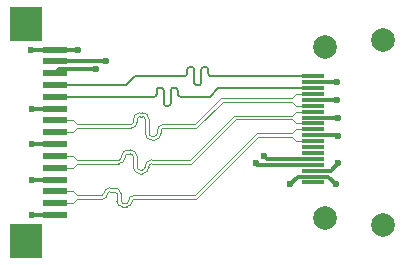
<source format=gbr>
%TF.GenerationSoftware,KiCad,Pcbnew,8.0.2*%
%TF.CreationDate,2024-06-01T15:43:26+01:00*%
%TF.ProjectId,hdmi-csi,68646d69-2d63-4736-992e-6b696361645f,rev?*%
%TF.SameCoordinates,Original*%
%TF.FileFunction,Copper,L1,Top*%
%TF.FilePolarity,Positive*%
%FSLAX46Y46*%
G04 Gerber Fmt 4.6, Leading zero omitted, Abs format (unit mm)*
G04 Created by KiCad (PCBNEW 8.0.2) date 2024-06-01 15:43:26*
%MOMM*%
%LPD*%
G01*
G04 APERTURE LIST*
%TA.AperFunction,SMDPad,CuDef*%
%ADD10R,2.800000X3.000000*%
%TD*%
%TA.AperFunction,SMDPad,CuDef*%
%ADD11R,2.000000X0.600000*%
%TD*%
%TA.AperFunction,SMDPad,CuDef*%
%ADD12R,1.900000X0.300000*%
%TD*%
%TA.AperFunction,ComponentPad*%
%ADD13C,2.000000*%
%TD*%
%TA.AperFunction,ViaPad*%
%ADD14C,0.600000*%
%TD*%
%TA.AperFunction,Conductor*%
%ADD15C,0.156500*%
%TD*%
%TA.AperFunction,Conductor*%
%ADD16C,0.300000*%
%TD*%
%TA.AperFunction,Conductor*%
%ADD17C,0.124000*%
%TD*%
G04 APERTURE END LIST*
D10*
%TO.P,FPC1,17,17*%
%TO.N,unconnected-(FPC1-Pad17)*%
X154770000Y-59800000D03*
%TO.P,FPC1,16,16*%
%TO.N,unconnected-(FPC1-Pad16)*%
X154770000Y-78200000D03*
D11*
%TO.P,FPC1,15,15*%
%TO.N,GND*%
X157230000Y-76000000D03*
%TO.P,FPC1,14,14*%
%TO.N,/CAM_D0_N*%
X157230000Y-75000000D03*
%TO.P,FPC1,13,13*%
%TO.N,/CAM_D0_P*%
X157230000Y-74000000D03*
%TO.P,FPC1,12,12*%
%TO.N,GND*%
X157230000Y-73000000D03*
%TO.P,FPC1,11,11*%
%TO.N,/CAM_D1_N*%
X157230000Y-72000000D03*
%TO.P,FPC1,10,10*%
%TO.N,/CAM_D1_P*%
X157230000Y-71000000D03*
%TO.P,FPC1,9,9*%
%TO.N,GND*%
X157230000Y-70000000D03*
%TO.P,FPC1,8,8*%
%TO.N,/CAM_CK_N*%
X157230000Y-69000000D03*
%TO.P,FPC1,7,7*%
%TO.N,/CAM_CK_P*%
X157230000Y-68000000D03*
%TO.P,FPC1,6,6*%
%TO.N,GND*%
X157230000Y-67000000D03*
%TO.P,FPC1,5,5*%
%TO.N,/CAM_IO0*%
X157230000Y-66000000D03*
%TO.P,FPC1,4,4*%
%TO.N,/CAM_IO1*%
X157230000Y-65000000D03*
%TO.P,FPC1,3,3*%
%TO.N,/CAM_SCL*%
X157230000Y-64000000D03*
%TO.P,FPC1,2,2*%
%TO.N,/CAM_SDA*%
X157230000Y-63000000D03*
%TO.P,FPC1,1,1*%
%TO.N,+3.3V*%
X157230000Y-62000000D03*
%TD*%
D12*
%TO.P,CN1,1,TMDSData2+*%
%TO.N,/CAM_IO1*%
X179050000Y-64250000D03*
%TO.P,CN1,2,TMDSData2Shield*%
%TO.N,GND*%
X179050000Y-64750000D03*
%TO.P,CN1,3,TMDSData2-*%
%TO.N,/CAM_IO0*%
X179050000Y-65250000D03*
%TO.P,CN1,4,TMDSData1+*%
%TO.N,/CAM_CK_P*%
X179050000Y-65750000D03*
%TO.P,CN1,5,TMDSData1Shield*%
%TO.N,GND*%
X179050000Y-66250000D03*
%TO.P,CN1,6,TMDSData1-*%
%TO.N,/CAM_CK_N*%
X179050000Y-66750000D03*
%TO.P,CN1,7,TMDSData0+*%
%TO.N,/CAM_D1_P*%
X179050000Y-67250000D03*
%TO.P,CN1,8,TMDSData0Shield*%
%TO.N,GND*%
X179050000Y-67750000D03*
%TO.P,CN1,9,TMDSData0-*%
%TO.N,/CAM_D1_N*%
X179050000Y-68250000D03*
%TO.P,CN1,10,TMDSClock+*%
%TO.N,/CAM_D0_P*%
X179050000Y-68750000D03*
%TO.P,CN1,11,TMDSClockShield*%
%TO.N,GND*%
X179050000Y-69250000D03*
%TO.P,CN1,12,TMDSClock-*%
%TO.N,/CAM_D0_N*%
X179050000Y-69750000D03*
%TO.P,CN1,13,CEC*%
%TO.N,unconnected-(CN1-CEC-Pad13)*%
X179050000Y-70250000D03*
%TO.P,CN1,14,Reserved(N.C.)*%
%TO.N,unconnected-(CN1-Reserved(N.C.)-Pad14)*%
X179050000Y-70750000D03*
%TO.P,CN1,15,SCL*%
%TO.N,/CAM_SDA*%
X179050000Y-71250000D03*
%TO.P,CN1,16,SDA*%
%TO.N,/CAM_SCL*%
X179050000Y-71750000D03*
%TO.P,CN1,17,DDC/CECGround*%
%TO.N,GND*%
X179050000Y-72250000D03*
%TO.P,CN1,18,+5VPower*%
%TO.N,+3.3V*%
X179050000Y-72750000D03*
%TO.P,CN1,19,HotPlugDetect*%
%TO.N,unconnected-(CN1-HotPlugDetect-Pad19)*%
X179050000Y-73250000D03*
D13*
%TO.P,CN1,20,EH*%
%TO.N,GND*%
X184950000Y-76850000D03*
X180050000Y-76250000D03*
X180050000Y-61750000D03*
X184950000Y-61150000D03*
%TD*%
D14*
%TO.N,GND*%
X181100000Y-64750000D03*
X181125000Y-66275000D03*
X181150000Y-67775000D03*
X181200000Y-69300000D03*
X181200000Y-71600000D03*
%TO.N,+3.3V*%
X177100000Y-73400000D03*
X181000000Y-73400000D03*
%TO.N,/CAM_SDA*%
X174900000Y-71000000D03*
X161500000Y-63000000D03*
%TO.N,/CAM_SCL*%
X174200000Y-71600000D03*
X160700000Y-63671750D03*
%TO.N,GND*%
X155300000Y-73000000D03*
X155300000Y-67000000D03*
X155300000Y-70000000D03*
%TO.N,+3.3V*%
X155200000Y-62000000D03*
X159200000Y-62000000D03*
%TO.N,GND*%
X155300000Y-76000000D03*
%TD*%
D15*
%TO.N,/CAM_IO1*%
X168632060Y-63467799D02*
X168752060Y-63467799D01*
X170192060Y-63707799D02*
X170192060Y-64010000D01*
X164000000Y-64250000D02*
X168152060Y-64250000D01*
X163250000Y-65000000D02*
X164000000Y-64250000D01*
X157230000Y-65000000D02*
X163250000Y-65000000D01*
X168392060Y-64010000D02*
X168392060Y-63707799D01*
X170192060Y-64010000D02*
G75*
G03*
X170432060Y-64250040I240040J0D01*
G01*
X169952060Y-63467799D02*
G75*
G02*
X170192101Y-63707799I40J-240001D01*
G01*
X169832060Y-63467799D02*
X169952060Y-63467799D01*
X168992060Y-64792177D02*
G75*
G03*
X169232060Y-65032240I240040J-23D01*
G01*
X169352060Y-65032177D02*
G75*
G03*
X169592077Y-64792177I40J239977D01*
G01*
X168752060Y-63467799D02*
G75*
G02*
X168992101Y-63707799I40J-240001D01*
G01*
X168392060Y-63707799D02*
G75*
G02*
X168632060Y-63467760I240040J-1D01*
G01*
X169592060Y-63707799D02*
G75*
G02*
X169832060Y-63467760I240040J-1D01*
G01*
X168152060Y-64250000D02*
G75*
G03*
X168392100Y-64010000I40J240000D01*
G01*
X168992060Y-63707799D02*
X168992060Y-64010000D01*
X168992060Y-64010000D02*
X168992060Y-64250000D01*
X168992060Y-64250000D02*
X168992060Y-64792177D01*
X170432060Y-64250000D02*
X170552060Y-64250000D01*
X169232060Y-65032177D02*
X169352060Y-65032177D01*
X169592060Y-64792177D02*
X169592060Y-64250000D01*
X169592060Y-64250000D02*
X169592060Y-64010000D01*
X169592060Y-64010000D02*
X169592060Y-63707799D01*
X170552060Y-64250000D02*
X170883043Y-64250000D01*
X170883043Y-64250000D02*
X179050000Y-64250000D01*
%TO.N,/CAM_IO0*%
X168400000Y-66000000D02*
X170300000Y-66000000D01*
X170300000Y-66000000D02*
X171050000Y-65250000D01*
X171050000Y-65250000D02*
X179050000Y-65250000D01*
X166413230Y-66000000D02*
X166413230Y-66542274D01*
X165813230Y-65760000D02*
X165813230Y-65457750D01*
X157230000Y-66000000D02*
X165573230Y-66000000D01*
X165813230Y-65457750D02*
G75*
G02*
X166053230Y-65217730I239970J50D01*
G01*
X167613230Y-65760000D02*
G75*
G03*
X167853230Y-65999970I239970J0D01*
G01*
X167253230Y-65217750D02*
X167373230Y-65217750D01*
X167373230Y-65217750D02*
G75*
G02*
X167613150Y-65457750I-30J-239950D01*
G01*
X166773230Y-66782274D02*
G75*
G03*
X167013174Y-66542274I-30J239974D01*
G01*
X167013230Y-65457750D02*
G75*
G02*
X167253230Y-65217730I239970J50D01*
G01*
X166173230Y-65217750D02*
G75*
G02*
X166413150Y-65457750I-30J-239950D01*
G01*
X167853230Y-66000000D02*
X167973230Y-66000000D01*
X166413230Y-65457750D02*
X166413230Y-65760000D01*
X166413230Y-66542274D02*
G75*
G03*
X166653230Y-66782270I239970J-26D01*
G01*
X165573230Y-66000000D02*
G75*
G03*
X165813200Y-65760000I-30J240000D01*
G01*
X166653230Y-66782274D02*
X166773230Y-66782274D01*
X167013230Y-66542274D02*
X167013230Y-66000000D01*
X167013230Y-66000000D02*
X167013230Y-65760000D01*
X167013230Y-65760000D02*
X167013230Y-65457750D01*
X166413230Y-65760000D02*
X166413230Y-66000000D01*
X166053230Y-65217750D02*
X166173230Y-65217750D01*
X167613230Y-65457750D02*
X167613230Y-65760000D01*
X167973230Y-66000000D02*
X168400000Y-66000000D01*
D16*
%TO.N,GND*%
X179050000Y-64750000D02*
X181100000Y-64750000D01*
X181100000Y-66250000D02*
X181125000Y-66275000D01*
X179050000Y-66250000D02*
X181100000Y-66250000D01*
X181125000Y-67750000D02*
X181150000Y-67775000D01*
X179050000Y-67750000D02*
X181125000Y-67750000D01*
X181150000Y-69250000D02*
X181200000Y-69300000D01*
X179050000Y-69250000D02*
X181150000Y-69250000D01*
X180550000Y-72250000D02*
X181200000Y-71600000D01*
X179050000Y-72250000D02*
X180550000Y-72250000D01*
%TO.N,+3.3V*%
X177750000Y-72750000D02*
X177100000Y-73400000D01*
X179050000Y-72750000D02*
X177750000Y-72750000D01*
X180350000Y-72750000D02*
X181000000Y-73400000D01*
X179050000Y-72750000D02*
X180350000Y-72750000D01*
D17*
%TO.N,/CAM_D0_N*%
X162436400Y-74818302D02*
G75*
G03*
X162918302Y-75300200I481900J2D01*
G01*
X162281698Y-74026996D02*
G75*
G02*
X162436404Y-74181698I2J-154704D01*
G01*
%TO.N,/CAM_D0_P*%
X163436400Y-74818302D02*
G75*
G02*
X163918302Y-74336400I481900J2D01*
G01*
%TO.N,/CAM_D0_N*%
X162436400Y-74336400D02*
X162436400Y-74818302D01*
X161681902Y-74181698D02*
G75*
G02*
X161836604Y-74027002I154698J-2D01*
G01*
X161200000Y-74663600D02*
G75*
G03*
X161681900Y-74181698I0J481900D01*
G01*
X158730001Y-75000000D02*
X159066401Y-74663600D01*
X163763600Y-74818302D02*
G75*
G02*
X163918302Y-74663600I154700J2D01*
G01*
X164200000Y-74663600D02*
X164452139Y-74663600D01*
X164452139Y-74663600D02*
X169167766Y-74663600D01*
%TO.N,/CAM_D0_P*%
X159066401Y-74336400D02*
X161200000Y-74336400D01*
%TO.N,/CAM_D0_N*%
X159066401Y-74663600D02*
X161200000Y-74663600D01*
%TO.N,/CAM_D0_P*%
X157230000Y-74000000D02*
X158730001Y-74000000D01*
X162763600Y-74181698D02*
X162763600Y-74336400D01*
%TO.N,/CAM_D0_N*%
X163281698Y-75300204D02*
G75*
G03*
X163763604Y-74818302I2J481904D01*
G01*
%TO.N,/CAM_D0_P*%
X162918302Y-74973004D02*
X163281698Y-74973004D01*
%TO.N,/CAM_D0_N*%
X161836604Y-74026996D02*
X162281698Y-74026996D01*
X163918302Y-74663600D02*
X164200000Y-74663600D01*
X162436400Y-74181698D02*
X162436400Y-74336400D01*
%TO.N,/CAM_D0_P*%
X162763600Y-74818302D02*
G75*
G03*
X162918302Y-74973000I154700J2D01*
G01*
X162763600Y-74336400D02*
X162763600Y-74818302D01*
%TO.N,/CAM_D0_N*%
X177624999Y-69750000D02*
X179050000Y-69750000D01*
%TO.N,/CAM_D0_P*%
X177624999Y-68750000D02*
X179050000Y-68750000D01*
X164200000Y-74336400D02*
X164452139Y-74336400D01*
%TO.N,/CAM_D0_N*%
X157230000Y-75000000D02*
X158730001Y-75000000D01*
%TO.N,/CAM_D0_P*%
X177288599Y-69086400D02*
X177624999Y-68750000D01*
X161200000Y-74336400D02*
G75*
G03*
X161354700Y-74181698I0J154700D01*
G01*
X163281698Y-74973004D02*
G75*
G03*
X163436404Y-74818302I2J154704D01*
G01*
X161354702Y-74181698D02*
G75*
G02*
X161836604Y-73699802I481898J-2D01*
G01*
X158730001Y-74000000D02*
X159066401Y-74336400D01*
%TO.N,/CAM_D0_N*%
X162918302Y-75300204D02*
X163281698Y-75300204D01*
%TO.N,/CAM_D0_P*%
X161836604Y-73699796D02*
X162281698Y-73699796D01*
X162281698Y-73699796D02*
G75*
G02*
X162763604Y-74181698I2J-481904D01*
G01*
%TO.N,/CAM_D0_N*%
X174417766Y-69413600D02*
X177288599Y-69413600D01*
%TO.N,/CAM_D0_P*%
X174282234Y-69086400D02*
X177288599Y-69086400D01*
X169032234Y-74336400D02*
X174282234Y-69086400D01*
%TO.N,/CAM_D0_N*%
X169167766Y-74663600D02*
X174417766Y-69413600D01*
X177288599Y-69413600D02*
X177624999Y-69750000D01*
%TO.N,/CAM_D0_P*%
X164452139Y-74336400D02*
X169032234Y-74336400D01*
X163918302Y-74336400D02*
X164200000Y-74336400D01*
%TO.N,/CAM_D1_N*%
X157230000Y-72000000D02*
X158730001Y-72000000D01*
%TO.N,/CAM_D1_P*%
X164163600Y-71944539D02*
G75*
G03*
X164400000Y-72180900I236400J39D01*
G01*
%TO.N,/CAM_D1_N*%
X165600000Y-71663600D02*
X165900000Y-71663600D01*
X162600000Y-71663600D02*
G75*
G03*
X163163600Y-71100000I0J563600D01*
G01*
X164600000Y-72508139D02*
G75*
G03*
X165163639Y-71944539I0J563639D01*
G01*
%TO.N,/CAM_D1_P*%
X162600000Y-71336400D02*
G75*
G03*
X162836400Y-71100000I0J236400D01*
G01*
%TO.N,/CAM_D1_N*%
X164400000Y-72508139D02*
X164600000Y-72508139D01*
%TO.N,/CAM_D1_P*%
X172382234Y-67586400D02*
X177288599Y-67586400D01*
X158730001Y-71000000D02*
X159066401Y-71336400D01*
X163600000Y-70491876D02*
G75*
G02*
X164163624Y-71055476I0J-563624D01*
G01*
X177288599Y-67586400D02*
X177624999Y-67250000D01*
X165900000Y-71336400D02*
X168632234Y-71336400D01*
X177624999Y-67250000D02*
X179050000Y-67250000D01*
X164836400Y-71944539D02*
X164836400Y-71900000D01*
X164836400Y-71900000D02*
G75*
G02*
X165400000Y-71336400I563600J0D01*
G01*
%TO.N,/CAM_D1_N*%
X158730001Y-72000000D02*
X159066401Y-71663600D01*
%TO.N,/CAM_D1_P*%
X164600000Y-72180939D02*
G75*
G03*
X164836439Y-71944539I0J236439D01*
G01*
X159066401Y-71336400D02*
X162600000Y-71336400D01*
X164163600Y-71100000D02*
X164163600Y-71944539D01*
X165400000Y-71336400D02*
X165600000Y-71336400D01*
%TO.N,/CAM_D1_N*%
X163836400Y-71055476D02*
X163836400Y-71100000D01*
%TO.N,/CAM_D1_P*%
X162836400Y-71100000D02*
X162836400Y-71055476D01*
%TO.N,/CAM_D1_N*%
X159066401Y-71663600D02*
X162600000Y-71663600D01*
X163400000Y-70819076D02*
X163600000Y-70819076D01*
X165163600Y-71944539D02*
X165163600Y-71900000D01*
X165400000Y-71663600D02*
X165600000Y-71663600D01*
X177288599Y-67913600D02*
X177624999Y-68250000D01*
X177624999Y-68250000D02*
X179050000Y-68250000D01*
X163600000Y-70819076D02*
G75*
G02*
X163836424Y-71055476I0J-236424D01*
G01*
%TO.N,/CAM_D1_P*%
X162836400Y-71055476D02*
G75*
G02*
X163400000Y-70491900I563600J-24D01*
G01*
%TO.N,/CAM_D1_N*%
X165163600Y-71900000D02*
G75*
G02*
X165400000Y-71663600I236400J0D01*
G01*
X163163600Y-71100000D02*
X163163600Y-71055476D01*
X163836400Y-71100000D02*
X163836400Y-71944539D01*
X172517766Y-67913600D02*
X177288599Y-67913600D01*
X168767766Y-71663600D02*
X172517766Y-67913600D01*
%TO.N,/CAM_D1_P*%
X163400000Y-70491876D02*
X163600000Y-70491876D01*
X165600000Y-71336400D02*
X165900000Y-71336400D01*
%TO.N,/CAM_D1_N*%
X163163600Y-71055476D02*
G75*
G02*
X163400000Y-70819100I236400J-24D01*
G01*
%TO.N,/CAM_D1_P*%
X164400000Y-72180939D02*
X164600000Y-72180939D01*
%TO.N,/CAM_D1_N*%
X165900000Y-71663600D02*
X168767766Y-71663600D01*
%TO.N,/CAM_D1_P*%
X157230000Y-71000000D02*
X158730001Y-71000000D01*
%TO.N,/CAM_D1_N*%
X163836400Y-71944539D02*
G75*
G03*
X164400000Y-72508100I563600J39D01*
G01*
%TO.N,/CAM_D1_P*%
X168632234Y-71336400D02*
X172382234Y-67586400D01*
X164163600Y-71055476D02*
X164163600Y-71100000D01*
%TO.N,/CAM_CK_P*%
X158730001Y-68000000D02*
X159066401Y-68336400D01*
X159066401Y-68336400D02*
X163615499Y-68336400D01*
%TO.N,/CAM_CK_N*%
X169167766Y-68663600D02*
X171417766Y-66413600D01*
%TO.N,/CAM_CK_P*%
X165179099Y-68100000D02*
X165179099Y-69099850D01*
%TO.N,/CAM_CK_N*%
X158730001Y-69000000D02*
X159066401Y-68663600D01*
X159066401Y-68663600D02*
X163615499Y-68663600D01*
X164179099Y-68100000D02*
X164179099Y-67900148D01*
X164415499Y-67663748D02*
X164615499Y-67663748D01*
X164851899Y-67900148D02*
X164851899Y-68100000D01*
X166179099Y-69099850D02*
X166179099Y-68900000D01*
%TO.N,/CAM_CK_P*%
X165851899Y-69099850D02*
X165851899Y-68900000D01*
X169032234Y-68336400D02*
X171282234Y-66086400D01*
X163615499Y-68336400D02*
G75*
G03*
X163851900Y-68100000I1J236400D01*
G01*
X163851899Y-67900148D02*
G75*
G02*
X164415499Y-67336499I563601J48D01*
G01*
%TO.N,/CAM_CK_N*%
X157230000Y-69000000D02*
X158730001Y-69000000D01*
%TO.N,/CAM_CK_P*%
X164615499Y-67336548D02*
G75*
G02*
X165179052Y-67900148I1J-563552D01*
G01*
X165851899Y-68900000D02*
G75*
G02*
X166415499Y-68336399I563601J0D01*
G01*
X165615499Y-69336250D02*
G75*
G03*
X165851950Y-69099850I1J236450D01*
G01*
X157230000Y-68000000D02*
X158730001Y-68000000D01*
%TO.N,/CAM_CK_N*%
X165415499Y-69663450D02*
X165615499Y-69663450D01*
%TO.N,/CAM_CK_P*%
X165179099Y-69099850D02*
G75*
G03*
X165415499Y-69336201I236401J50D01*
G01*
X165179099Y-67900148D02*
X165179099Y-68100000D01*
X163851899Y-68100000D02*
X163851899Y-67900148D01*
%TO.N,/CAM_CK_N*%
X166900000Y-68663600D02*
X169167766Y-68663600D01*
X165615499Y-69663450D02*
G75*
G03*
X166179150Y-69099850I1J563650D01*
G01*
X164615499Y-67663748D02*
G75*
G02*
X164851852Y-67900148I1J-236352D01*
G01*
%TO.N,/CAM_CK_P*%
X166415499Y-68336400D02*
X166615499Y-68336400D01*
%TO.N,/CAM_CK_N*%
X166615499Y-68663600D02*
X166900000Y-68663600D01*
X164179099Y-67900148D02*
G75*
G02*
X164415499Y-67663699I236401J48D01*
G01*
X166179099Y-68900000D02*
G75*
G02*
X166415499Y-68663599I236401J0D01*
G01*
%TO.N,/CAM_CK_P*%
X177624999Y-65750000D02*
X179050000Y-65750000D01*
X177288599Y-66086400D02*
X177624999Y-65750000D01*
%TO.N,/CAM_CK_N*%
X164851899Y-69099850D02*
G75*
G03*
X165415499Y-69663401I563601J50D01*
G01*
%TO.N,/CAM_CK_P*%
X164415499Y-67336548D02*
X164615499Y-67336548D01*
%TO.N,/CAM_CK_N*%
X163615499Y-68663600D02*
G75*
G03*
X164179100Y-68100000I1J563600D01*
G01*
%TO.N,/CAM_CK_P*%
X171282234Y-66086400D02*
X177288599Y-66086400D01*
X166900000Y-68336400D02*
X169032234Y-68336400D01*
X166615499Y-68336400D02*
X166900000Y-68336400D01*
X165415499Y-69336250D02*
X165615499Y-69336250D01*
%TO.N,/CAM_CK_N*%
X171417766Y-66413600D02*
X177288599Y-66413600D01*
X177288599Y-66413600D02*
X177624999Y-66750000D01*
X164851899Y-68100000D02*
X164851899Y-69099850D01*
X166415499Y-68663600D02*
X166615499Y-68663600D01*
X177624999Y-66750000D02*
X179050000Y-66750000D01*
D16*
%TO.N,/CAM_SDA*%
X157230000Y-63000000D02*
X161500000Y-63000000D01*
X175150000Y-71250000D02*
X179050000Y-71250000D01*
X174900000Y-71000000D02*
X175150000Y-71250000D01*
%TO.N,/CAM_SCL*%
X157230000Y-64000000D02*
X157558250Y-63671750D01*
X157558250Y-63671750D02*
X160700000Y-63671750D01*
X174200000Y-71600000D02*
X174350000Y-71750000D01*
X174350000Y-71750000D02*
X179050000Y-71750000D01*
%TO.N,GND*%
X157230000Y-73000000D02*
X155300000Y-73000000D01*
X157230000Y-67000000D02*
X155300000Y-67000000D01*
X157230000Y-70000000D02*
X155300000Y-70000000D01*
%TO.N,+3.3V*%
X157230000Y-62000000D02*
X155200000Y-62000000D01*
X157230000Y-62000000D02*
X159200000Y-62000000D01*
%TO.N,GND*%
X157230000Y-76000000D02*
X155300000Y-76000000D01*
%TD*%
M02*

</source>
